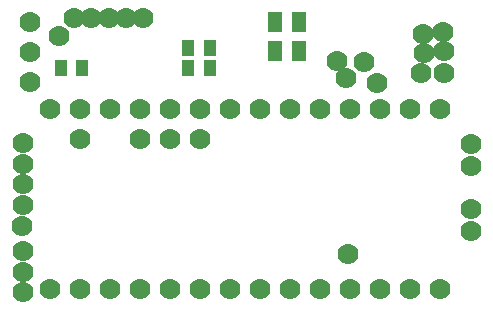
<source format=gbr>
%FSLAX35Y35*%
%MOIN*%
G04 EasyPC Gerber Version 18.0.8 Build 3632 *
%ADD74R,0.04150X0.05724*%
%ADD72R,0.04937X0.06906*%
%ADD73R,0.04937X0.07102*%
%ADD28C,0.07000*%
%ADD29C,0.07000*%
X0Y0D02*
D02*
D28*
X4868Y26209D03*
X4993Y4244D03*
Y11108D03*
Y17972D03*
Y33323D03*
Y40437D03*
Y47051D03*
Y53791D03*
X7489Y74243D03*
Y84243D03*
Y94243D03*
X17223Y89484D03*
X22215Y95600D03*
X27831Y95724D03*
X33822D03*
X39563D03*
X45179D03*
X109702Y81247D03*
X112947Y75756D03*
X113322Y17098D03*
X118938Y80998D03*
X123056Y74009D03*
X137783Y77254D03*
X138407Y90358D03*
X138657Y83868D03*
X145146Y90857D03*
X145396Y77254D03*
Y84617D03*
X154382Y24587D03*
Y31950D03*
Y46427D03*
Y53666D03*
D02*
D29*
X14043Y5169D03*
Y65169D03*
X24043Y5169D03*
Y55169D03*
Y65169D03*
X34043Y5169D03*
Y65169D03*
X44043Y5169D03*
Y55169D03*
Y65169D03*
X54043Y5169D03*
Y55169D03*
Y65169D03*
X64043Y5169D03*
Y55169D03*
Y65169D03*
X74043Y5169D03*
Y65169D03*
X84043Y5169D03*
Y65169D03*
X94043Y5169D03*
Y65169D03*
X104043Y5169D03*
Y65169D03*
X114043Y5169D03*
Y65169D03*
X124043Y5169D03*
Y65169D03*
X134043Y5169D03*
Y65169D03*
X144043Y5169D03*
Y65169D03*
D02*
D72*
X96972Y84492D03*
Y94335D03*
D02*
D73*
X89098Y84492D03*
Y94335D03*
D02*
D74*
X17674Y79001D03*
X24760D03*
X60231D03*
Y85615D03*
X67318Y79001D03*
Y85615D03*
X0Y0D02*
M02*

</source>
